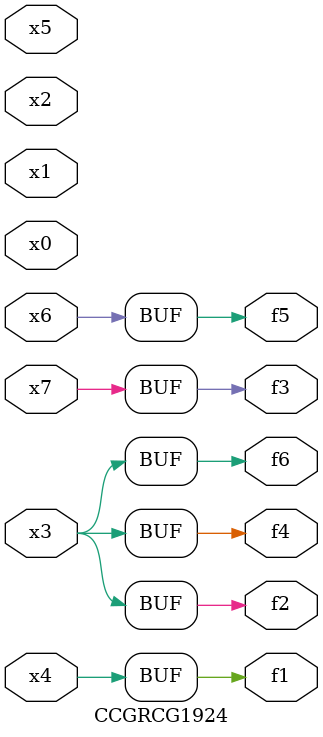
<source format=v>
module CCGRCG1924(
	input x0, x1, x2, x3, x4, x5, x6, x7,
	output f1, f2, f3, f4, f5, f6
);
	assign f1 = x4;
	assign f2 = x3;
	assign f3 = x7;
	assign f4 = x3;
	assign f5 = x6;
	assign f6 = x3;
endmodule

</source>
